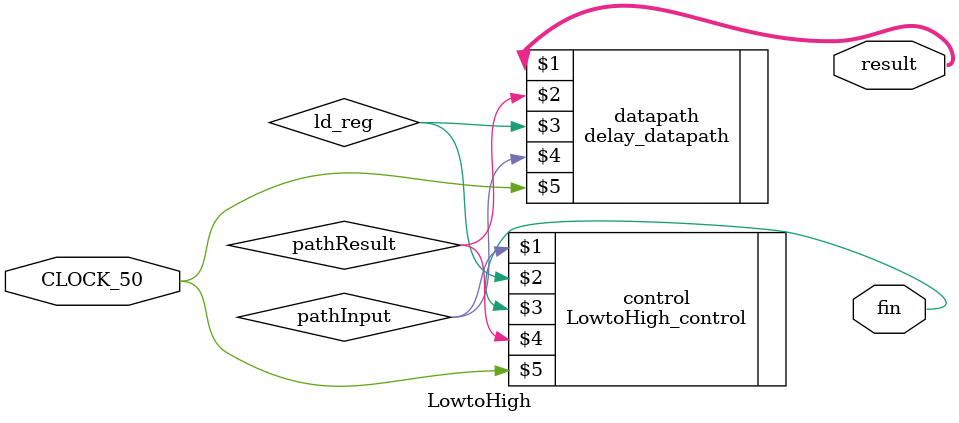
<source format=v>
module LowtoHigh(result, fin, CLOCK_50);
input CLOCK_50;

output [31:0] result;
output fin;

wire pathInput, pathResult, ld_reg;

LowtoHigh_control control(pathInput, ld_reg, fin, pathResult, CLOCK_50);
delay_datapath datapath(result, pathResult, ld_reg, pathInput, CLOCK_50);


endmodule

</source>
